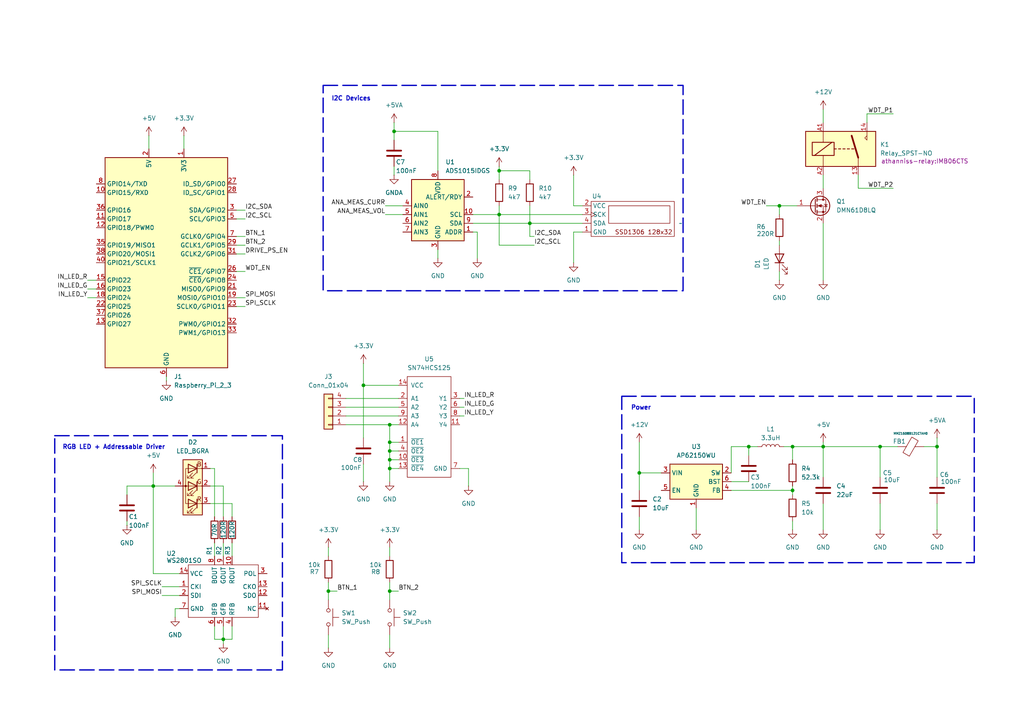
<source format=kicad_sch>
(kicad_sch (version 20231120) (generator "eeschema") (generator_version "8.0")
  (paper "A4")
  (junction (at 271.78 129.54))
  (junction (at 217.17 129.54))
  (junction (at 113.03 133.35))
  (junction (at 113.03 171.45))
  (junction (at 367.03 133.35))
  (junction (at 387.35 45.72))
  (junction (at 387.35 74.93))
  (junction (at 419.1 64.77))
  (junction (at 255.27 129.54))
  (junction (at 153.67 64.77))
  (junction (at 113.03 135.89))
  (junction (at 105.41 111.76))
  (junction (at 113.03 128.27))
  (junction (at 185.42 137.16))
  (junction (at 351.79 43.18))
  (junction (at 95.25 171.45))
  (junction (at 238.76 129.54))
  (junction (at 226.06 59.69))
  (junction (at 64.77 185.42))
  (junction (at 113.03 123.19))
  (junction (at 419.1 46.99))
  (junction (at 420.37 143.51))
  (junction (at 44.45 140.97))
  (junction (at 363.22 72.39))
  (junction (at 229.87 142.24))
  (junction (at 144.78 62.23))
  (junction (at 144.78 49.53))
  (junction (at 113.03 130.81))
  (junction (at 365.76 43.18))
  (junction (at 388.62 120.65))
  (junction (at 397.51 133.35))
  (junction (at 114.3 38.1))
  (junction (at 229.87 129.54))
  (wire (pts (xy 370.84 72.39) (xy 363.22 72.39)))
  (wire (pts (xy 67.31 157.48) (xy 67.31 161.29)))
  (wire (pts (xy 95.25 168.91) (xy 95.25 171.45)))
  (wire (pts (xy 100.33 123.19) (xy 113.03 123.19)))
  (wire (pts (xy 229.87 129.54) (xy 238.76 129.54)))
  (wire (pts (xy 388.62 120.65) (xy 367.03 120.65)))
  (wire (pts (xy 144.78 62.23) (xy 144.78 71.12)))
  (wire (pts (xy 44.45 166.37) (xy 52.07 166.37)))
  (wire (pts (xy 71.12 68.58) (xy 68.58 68.58)))
  (wire (pts (xy 419.1 44.45) (xy 419.1 46.99)))
  (wire (pts (xy 137.16 67.31) (xy 138.43 67.31)))
  (wire (pts (xy 388.62 120.65) (xy 388.62 123.19)))
  (wire (pts (xy 351.79 52.07) (xy 351.79 57.15)))
  (wire (pts (xy 43.18 39.37) (xy 43.18 43.18)))
  (wire (pts (xy 212.09 139.7) (xy 217.17 139.7)))
  (wire (pts (xy 351.79 30.48) (xy 351.79 34.29)))
  (wire (pts (xy 388.62 118.11) (xy 388.62 120.65)))
  (wire (pts (xy 387.35 45.72) (xy 387.35 53.34)))
  (wire (pts (xy 397.51 151.13) (xy 397.51 153.67)))
  (wire (pts (xy 100.33 118.11) (xy 115.57 118.11)))
  (wire (pts (xy 36.83 140.97) (xy 36.83 143.51)))
  (wire (pts (xy 217.17 129.54) (xy 217.17 132.08)))
  (wire (pts (xy 135.89 135.89) (xy 135.89 140.97)))
  (wire (pts (xy 267.97 129.54) (xy 271.78 129.54)))
  (wire (pts (xy 419.1 64.77) (xy 414.02 64.77)))
  (wire (pts (xy 226.06 71.12) (xy 226.06 69.85)))
  (wire (pts (xy 44.45 137.16) (xy 44.45 140.97)))
  (wire (pts (xy 419.1 63.5) (xy 419.1 64.77)))
  (wire (pts (xy 185.42 149.86) (xy 185.42 153.67)))
  (wire (pts (xy 367.03 133.35) (xy 367.03 143.51)))
  (wire (pts (xy 387.35 53.34) (xy 369.57 53.34)))
  (wire (pts (xy 271.78 129.54) (xy 271.78 138.43)))
  (wire (pts (xy 52.07 176.53) (xy 50.8 176.53)))
  (wire (pts (xy 153.67 49.53) (xy 153.67 52.07)))
  (wire (pts (xy 111.76 62.23) (xy 116.84 62.23)))
  (wire (pts (xy 420.37 152.4) (xy 420.37 153.67)))
  (wire (pts (xy 113.03 133.35) (xy 115.57 133.35)))
  (wire (pts (xy 105.41 111.76) (xy 115.57 111.76)))
  (wire (pts (xy 367.03 133.35) (xy 364.49 133.35)))
  (wire (pts (xy 419.1 46.99) (xy 419.1 48.26)))
  (wire (pts (xy 68.58 88.9) (xy 71.12 88.9)))
  (wire (pts (xy 113.03 168.91) (xy 113.03 171.45)))
  (wire (pts (xy 100.33 115.57) (xy 115.57 115.57)))
  (wire (pts (xy 259.08 33.02) (xy 251.46 33.02)))
  (wire (pts (xy 114.3 35.56) (xy 114.3 38.1)))
  (wire (pts (xy 113.03 123.19) (xy 113.03 128.27)))
  (wire (pts (xy 100.33 120.65) (xy 115.57 120.65)))
  (wire (pts (xy 185.42 128.27) (xy 185.42 137.16)))
  (wire (pts (xy 113.03 128.27) (xy 113.03 130.81)))
  (wire (pts (xy 113.03 130.81) (xy 113.03 133.35)))
  (wire (pts (xy 351.79 41.91) (xy 351.79 43.18)))
  (wire (pts (xy 420.37 143.51) (xy 419.1 143.51)))
  (wire (pts (xy 229.87 129.54) (xy 229.87 133.35)))
  (wire (pts (xy 365.76 53.34) (xy 365.76 57.15)))
  (wire (pts (xy 138.43 67.31) (xy 138.43 74.93)))
  (wire (pts (xy 191.77 137.16) (xy 185.42 137.16)))
  (wire (pts (xy 105.41 134.62) (xy 105.41 139.7)))
  (wire (pts (xy 113.03 158.75) (xy 113.03 161.29)))
  (wire (pts (xy 144.78 48.26) (xy 144.78 49.53)))
  (wire (pts (xy 421.64 143.51) (xy 420.37 143.51)))
  (wire (pts (xy 133.35 135.89) (xy 135.89 135.89)))
  (wire (pts (xy 133.35 120.65) (xy 134.62 120.65)))
  (wire (pts (xy 370.84 135.89) (xy 364.49 135.89)))
  (wire (pts (xy 68.58 63.5) (xy 71.12 63.5)))
  (wire (pts (xy 354.33 43.18) (xy 351.79 43.18)))
  (wire (pts (xy 95.25 171.45) (xy 95.25 173.99)))
  (wire (pts (xy 64.77 181.61) (xy 64.77 185.42)))
  (wire (pts (xy 105.41 105.41) (xy 105.41 111.76)))
  (wire (pts (xy 68.58 86.36) (xy 71.12 86.36)))
  (wire (pts (xy 67.31 181.61) (xy 67.31 185.42)))
  (wire (pts (xy 95.25 184.15) (xy 95.25 187.96)))
  (wire (pts (xy 113.03 184.15) (xy 113.03 187.96)))
  (wire (pts (xy 144.78 59.69) (xy 144.78 62.23)))
  (wire (pts (xy 114.3 40.64) (xy 114.3 38.1)))
  (wire (pts (xy 62.23 185.42) (xy 64.77 185.42)))
  (wire (pts (xy 60.96 135.89) (xy 62.23 135.89)))
  (wire (pts (xy 238.76 64.77) (xy 238.76 81.28)))
  (wire (pts (xy 113.03 135.89) (xy 113.03 139.7)))
  (wire (pts (xy 414.02 46.99) (xy 414.02 52.07)))
  (wire (pts (xy 365.76 43.18) (xy 365.76 45.72)))
  (wire (pts (xy 420.37 144.78) (xy 420.37 143.51)))
  (wire (pts (xy 386.08 74.93) (xy 387.35 74.93)))
  (wire (pts (xy 144.78 49.53) (xy 144.78 52.07)))
  (wire (pts (xy 364.49 125.73) (xy 367.03 125.73)))
  (wire (pts (xy 387.35 82.55) (xy 369.57 82.55)))
  (wire (pts (xy 64.77 157.48) (xy 64.77 161.29)))
  (wire (pts (xy 25.4 86.36) (xy 27.94 86.36)))
  (wire (pts (xy 354.33 72.39) (xy 353.06 72.39)))
  (wire (pts (xy 396.24 133.35) (xy 397.51 133.35)))
  (wire (pts (xy 114.3 38.1) (xy 127 38.1)))
  (wire (pts (xy 255.27 129.54) (xy 260.35 129.54)))
  (wire (pts (xy 363.22 82.55) (xy 363.22 86.36)))
  (wire (pts (xy 387.35 82.55) (xy 387.35 74.93)))
  (wire (pts (xy 115.57 123.19) (xy 113.03 123.19)))
  (wire (pts (xy 127 72.39) (xy 127 74.93)))
  (wire (pts (xy 365.76 43.18) (xy 361.95 43.18)))
  (wire (pts (xy 113.03 171.45) (xy 113.03 173.99)))
  (wire (pts (xy 370.84 138.43) (xy 364.49 138.43)))
  (wire (pts (xy 248.92 54.61) (xy 248.92 50.8)))
  (wire (pts (xy 271.78 146.05) (xy 271.78 153.67)))
  (wire (pts (xy 217.17 129.54) (xy 219.71 129.54)))
  (wire (pts (xy 369.57 48.26) (xy 370.84 48.26)))
  (wire (pts (xy 386.08 45.72) (xy 387.35 45.72)))
  (wire (pts (xy 369.57 77.47) (xy 369.57 82.55)))
  (wire (pts (xy 271.78 127) (xy 271.78 129.54)))
  (wire (pts (xy 113.03 130.81) (xy 115.57 130.81)))
  (wire (pts (xy 364.49 128.27) (xy 367.03 128.27)))
  (wire (pts (xy 226.06 59.69) (xy 231.14 59.69)))
  (wire (pts (xy 53.34 39.37) (xy 53.34 43.18)))
  (wire (pts (xy 64.77 140.97) (xy 64.77 149.86)))
  (wire (pts (xy 62.23 181.61) (xy 62.23 185.42)))
  (wire (pts (xy 127 38.1) (xy 127 49.53)))
  (wire (pts (xy 144.78 49.53) (xy 153.67 49.53)))
  (wire (pts (xy 153.67 64.77) (xy 153.67 68.58)))
  (wire (pts (xy 133.35 115.57) (xy 134.62 115.57)))
  (wire (pts (xy 46.99 170.18) (xy 52.07 170.18)))
  (wire (pts (xy 68.58 78.74) (xy 71.12 78.74)))
  (wire (pts (xy 60.96 146.05) (xy 67.31 146.05)))
  (wire (pts (xy 68.58 73.66) (xy 71.12 73.66)))
  (wire (pts (xy 185.42 137.16) (xy 185.42 142.24)))
  (wire (pts (xy 238.76 50.8) (xy 238.76 54.61)))
  (wire (pts (xy 153.67 68.58) (xy 154.94 68.58)))
  (wire (pts (xy 111.76 59.69) (xy 116.84 59.69)))
  (wire (pts (xy 255.27 146.05) (xy 255.27 153.67)))
  (wire (pts (xy 238.76 128.27) (xy 238.76 129.54)))
  (wire (pts (xy 25.4 81.28) (xy 27.94 81.28)))
  (wire (pts (xy 411.48 129.54) (xy 411.48 128.27)))
  (wire (pts (xy 68.58 60.96) (xy 71.12 60.96)))
  (wire (pts (xy 367.03 125.73) (xy 367.03 120.65)))
  (wire (pts (xy 168.91 67.31) (xy 166.37 67.31)))
  (wire (pts (xy 226.06 59.69) (xy 226.06 62.23)))
  (wire (pts (xy 369.57 53.34) (xy 369.57 48.26)))
  (wire (pts (xy 50.8 176.53) (xy 50.8 179.07)))
  (wire (pts (xy 212.09 142.24) (xy 229.87 142.24)))
  (wire (pts (xy 113.03 128.27) (xy 115.57 128.27)))
  (wire (pts (xy 387.35 45.72) (xy 388.62 45.72)))
  (wire (pts (xy 115.57 171.45) (xy 113.03 171.45)))
  (wire (pts (xy 36.83 151.13) (xy 36.83 152.4)))
  (wire (pts (xy 419.1 64.77) (xy 419.1 69.85)))
  (wire (pts (xy 144.78 71.12) (xy 154.94 71.12)))
  (wire (pts (xy 71.12 71.12) (xy 68.58 71.12)))
  (wire (pts (xy 229.87 140.97) (xy 229.87 142.24)))
  (wire (pts (xy 387.35 74.93) (xy 388.62 74.93)))
  (wire (pts (xy 226.06 78.74) (xy 226.06 81.28)))
  (wire (pts (xy 212.09 129.54) (xy 217.17 129.54)))
  (wire (pts (xy 419.1 46.99) (xy 414.02 46.99)))
  (wire (pts (xy 95.25 158.75) (xy 95.25 161.29)))
  (wire (pts (xy 255.27 129.54) (xy 255.27 138.43)))
  (wire (pts (xy 137.16 62.23) (xy 144.78 62.23)))
  (wire (pts (xy 144.78 62.23) (xy 168.91 62.23)))
  (wire (pts (xy 238.76 146.05) (xy 238.76 153.67)))
  (wire (pts (xy 414.02 59.69) (xy 414.02 64.77)))
  (wire (pts (xy 62.23 157.48) (xy 62.23 161.29)))
  (wire (pts (xy 429.26 143.51) (xy 431.8 143.51)))
  (wire (pts (xy 133.35 118.11) (xy 134.62 118.11)))
  (wire (pts (xy 105.41 111.76) (xy 105.41 127)))
  (wire (pts (xy 251.46 33.02) (xy 251.46 35.56)))
  (wire (pts (xy 48.26 109.22) (xy 48.26 110.49)))
  (wire (pts (xy 67.31 146.05) (xy 67.31 149.86)))
  (wire (pts (xy 411.48 137.16) (xy 411.48 138.43)))
  (wire (pts (xy 64.77 185.42) (xy 67.31 185.42)))
  (wire (pts (xy 44.45 140.97) (xy 50.8 140.97)))
  (wire (pts (xy 370.84 77.47) (xy 369.57 77.47)))
  (wire (pts (xy 153.67 59.69) (xy 153.67 64.77)))
  (wire (pts (xy 397.51 133.35) (xy 398.78 133.35)))
  (wire (pts (xy 411.48 148.59) (xy 411.48 153.67)))
  (wire (pts (xy 363.22 72.39) (xy 361.95 72.39)))
  (wire (pts (xy 381 130.81) (xy 364.49 130.81)))
  (wire (pts (xy 166.37 67.31) (xy 166.37 76.2)))
  (wire (pts (xy 113.03 135.89) (xy 115.57 135.89)))
  (wire (pts (xy 227.33 129.54) (xy 229.87 129.54)))
  (wire (pts (xy 351.79 43.18) (xy 351.79 44.45)))
  (wire (pts (xy 212.09 137.16) (xy 212.09 129.54)))
  (wire (pts (xy 222.25 59.69) (xy 226.06 59.69)))
  (wire (pts (xy 64.77 185.42) (xy 64.77 186.69)))
  (wire (pts (xy 238.76 129.54) (xy 255.27 129.54)))
  (wire (pts (xy 238.76 129.54) (xy 238.76 138.43)))
  (wire (pts (xy 238.76 31.75) (xy 238.76 35.56)))
  (wire (pts (xy 46.99 172.72) (xy 52.07 172.72)))
  (wire (pts (xy 113.03 133.35) (xy 113.03 135.89)))
  (wire (pts (xy 44.45 140.97) (xy 44.45 166.37)))
  (wire (pts (xy 259.08 54.61) (xy 248.92 54.61)))
  (wire (pts (xy 137.16 64.77) (xy 153.67 64.77)))
  (wire (pts (xy 367.03 128.27) (xy 367.03 133.35)))
  (wire (pts (xy 166.37 59.69) (xy 168.91 59.69)))
  (wire (pts (xy 411.48 128.27) (xy 396.24 128.27)))
  (wire (pts (xy 114.3 48.26) (xy 114.3 50.8)))
  (wire (pts (xy 153.67 64.77) (xy 168.91 64.77)))
  (wire (pts (xy 60.96 140.97) (xy 64.77 140.97)))
  (wire (pts (xy 229.87 142.24) (xy 229.87 143.51)))
  (wire (pts (xy 97.79 171.45) (xy 95.25 171.45)))
  (wire (pts (xy 229.87 151.13) (xy 229.87 153.67)))
  (wire (pts (xy 363.22 72.39) (xy 363.22 74.93)))
  (wire (pts (xy 25.4 83.82) (xy 27.94 83.82)))
  (wire (pts (xy 166.37 50.8) (xy 166.37 59.69)))
  (wire (pts (xy 62.23 135.89) (xy 62.23 149.86)))
  (wire (pts (xy 44.45 140.97) (xy 36.83 140.97)))
  (wire (pts (xy 370.84 43.18) (xy 365.76 43.18)))
  (wire (pts (xy 397.51 133.35) (xy 397.51 143.51)))
  (wire (pts (xy 201.93 147.32) (xy 201.93 153.67)))
  (rectangle (start 93.726 24.765) (end 198.12 84.328) (stroke (width 0.381) (type dash)))
  (rectangle (start 15.875 126.365) (end 81.915 194.31) (stroke (width 0.381) (type dash)))
  (rectangle (start 339.598 19.05) (end 432.054 95.25) (stroke (width 0.381) (type dash)))
  (rectangle (start 180.34 114.935) (end 282.575 163.195) (stroke (width 0.381) (type dash)))
  (text_box "A = 148\nRsense = 0.015\nImax = 2 A\nVmax = 4.4V\nPmax_rsense = 60 mW\n\n1 mA = 0,0222 V" (at 304.165 118.745 0) (size 22.86 18.415) (effects (font (size 1.27 1.27)) (justify left top)))
  (text "Analog Meas." (at 348.488 21.59 0) (effects (font (size 1.27 1.27) (bold yes))))
  (text "12 V Line Voltage:" (at 397.51 41.148 0) (effects (font (size 1.27 1.27))))
  (text "12 V Line Current:" (at 397.51 70.612 0) (effects (font (size 1.27 1.27))))
  (text "I2C Devices" (exclude_from_sim yes) (at 101.854 28.702 0) (effects (font (size 1.27 1.27) (thickness 0.254) (bold yes))))
  (text "Power" (at 185.928 118.364 0) (effects (font (size 1.27 1.27) (bold yes))))
  (text "RGB LED + Addressable Driver\n" (at 33.02 129.794 0) (effects (font (size 1.27 1.27) (bold yes))))
  (label "I_SENSE" (at 353.06 72.39 180))
  (label "BTN_1" (at 97.79 171.45 0))
  (label "WDT_P1" (at 370.84 135.89 0))
  (label "IN_LED_R" (at 25.4 81.28 180))
  (label "I2C_SCL" (at 71.12 63.5 0))
  (label "IN_LED_G" (at 25.4 83.82 180))
  (label "I_SENSE" (at 398.78 133.35 0))
  (label "SPI_SCLK" (at 46.99 170.18 180))
  (label "IN_LED_R" (at 134.62 115.57 0))
  (label "ANA_MEAS_CURR" (at 111.76 59.69 180))
  (label "SPI_MOSI" (at 46.99 172.72 180))
  (label "I2C_SDA" (at 154.94 68.58 0))
  (label "BTN_2" (at 71.12 71.12 0))
  (label "WDT_P2" (at 259.08 54.61 180))
  (label "IN_LED_Y" (at 25.4 86.36 180))
  (label "I2C_SCL" (at 154.94 71.12 0))
  (label "SPI_MOSI" (at 71.12 86.36 0))
  (label "WDT_P1" (at 259.08 33.02 180))
  (label "IN_LED_G" (at 134.62 118.11 0))
  (label "WDT_P2" (at 370.84 138.43 0))
  (label "BTN_2" (at 115.57 171.45 0))
  (label "ANA_MEAS_VOL" (at 388.62 45.72 0))
  (label "ANA_MEAS_VOL" (at 111.76 62.23 180))
  (label "I2C_SDA" (at 71.12 60.96 0))
  (label "WDT_EN" (at 71.12 78.74 0))
  (label "DRIVE_PS_EN" (at 71.12 73.66 0))
  (label "BTN_1" (at 71.12 68.58 0))
  (label "SPI_SCLK" (at 71.12 88.9 0))
  (label "DRIVE_PS_EN" (at 431.8 143.51 0))
  (label "ANA_MEAS_CURR" (at 388.62 74.93 0))
  (label "WDT_EN" (at 222.25 59.69 180))
  (label "IN_LED_Y" (at 134.62 120.65 0))
  (symbol (lib_id "Device:R") (at 229.87 147.32 0) (unit 1)
    (property "Reference" "R5" (at 232.41 146.0499 0) (effects (justify left)))
    (property "Value" "10k" (at 232.41 148.5899 0) (effects (justify left)))
    (property "Footprint" "Resistor_SMD:R_0603_1608Metric_Pad0.98x0.95mm_HandSolder" (effects (hide yes)))
    (property "Description" "Resistor" (effects (hide yes)))
  )
  (symbol (lib_id "power:GND") (at 271.78 153.67 0) (unit 1)
    (property "Reference" "#PWR013" (effects (hide yes)))
    (property "Value" "GND" (at 271.78 158.75 0))
    (property "Description" "Power symbol creates a global label with name \"GND\" , ground" (effects (hide yes)))
  )
  (symbol (lib_id "Device:R") (at 358.14 72.39 270) (mirror x) (unit 1)
    (property "Reference" "R14" (at 359.41 70.104 90))
    (property "Value" "1k5" (at 358.394 72.39 90))
    (property "Footprint" "Resistor_SMD:R_0603_1608Metric_Pad0.98x0.95mm_HandSolder" (effects (hide yes)))
    (property "Description" "Resistor" (effects (hide yes)))
  )
  (symbol (lib_id "Device:R") (at 113.03 165.1 180) (unit 1)
    (property "Reference" "R8" (at 108.966 165.862 0))
    (property "Value" "10k" (at 108.966 163.83 0))
    (property "Footprint" "Resistor_SMD:R_0603_1608Metric_Pad0.98x0.95mm_HandSolder" (effects (hide yes)))
    (property "Description" "Resistor" (effects (hide yes)))
  )
  (symbol (lib_id "power:GND") (at 113.03 187.96 0) (unit 1)
    (property "Reference" "#PWR022" (effects (hide yes)))
    (property "Value" "GND" (at 113.03 193.04 0))
    (property "Description" "Power symbol creates a global label with name \"GND\" , ground" (effects (hide yes)))
  )
  (symbol (lib_id "power:GND") (at 201.93 153.67 0) (unit 1)
    (property "Reference" "#PWR07" (effects (hide yes)))
    (property "Value" "GND" (at 201.93 158.75 0))
    (property "Description" "Power symbol creates a global label with name \"GND\" , ground" (effects (hide yes)))
  )
  (symbol (lib_id "power:GND") (at 420.37 153.67 0) (mirror y) (unit 1)
    (property "Reference" "#PWR044" (effects (hide yes)))
    (property "Value" "GND" (at 420.37 158.75 0))
    (property "Description" "Power symbol creates a global label with name \"GND\" , ground" (effects (hide yes)))
  )
  (symbol (lib_id "Device:R") (at 351.79 48.26 0) (mirror y) (unit 1)
    (property "Reference" "R16" (at 349.25 46.9899 0) (effects (justify left)))
    (property "Value" "33k" (at 349.25 49.5299 0) (effects (justify left)))
    (property "Footprint" "Resistor_SMD:R_0603_1608Metric_Pad0.98x0.95mm_HandSolder" (effects (hide yes)))
    (property "Description" "Resistor" (effects (hide yes)))
  )
  (symbol (lib_id "Device:C") (at 414.02 55.88 180) (unit 1)
    (property "Reference" "C12" (at 406.654 58.674 0) (effects (justify right)))
    (property "Value" "100nF" (at 406.908 60.96 0) (effects (justify right)))
    (property "Footprint" "Capacitor_SMD:C_0603_1608Metric_Pad1.08x0.95mm_HandSolder" (effects (hide yes)))
    (property "Description" "Unpolarized capacitor" (effects (hide yes)))
    (property "Digikey P/N" "1276-1000-1-ND" (effects (hide yes)))
    (property "Manufacturer P/N" "CL10B104KB8NNNC" (effects (hide yes)))
  )
  (symbol (lib_id "Connector:Screw_Terminal_01x06") (at 359.41 130.81 0) (mirror y) (unit 1)
    (property "Reference" "J2" (at 356.87 130.8099 0) (effects (justify left)))
    (property "Value" "Screw_Terminal_01x06" (at 356.87 133.3499 0) (effects (justify left)))
    (property "Footprint" "athanniss-terminal:Terminal_Block_SERIES 4115_5.08_Spring_6POS" (effects (hide yes)))
    (property "Description" "Generic screw terminal, single row, 01x06, script generated (kicad-library-utils/schlib/autogen/connector/)" (effects (hide yes)))
  )
  (symbol (lib_id "power:+5V") (at 43.18 39.37 0) (unit 1)
    (property "Reference" "#PWR038" (effects (hide yes)))
    (property "Value" "+5V" (at 43.18 34.29 0))
    (property "Description" "Power symbol creates a global label with name \"+5V\"" (effects (hide yes)))
  )
  (symbol (lib_id "power:+12V") (at 388.62 118.11 0) (mirror y) (unit 1)
    (property "Reference" "#PWR045" (effects (hide yes)))
    (property "Value" "+12V" (at 388.62 113.03 0))
    (property "Description" "Power symbol creates a global label with name \"+12V\"" (effects (hide yes)))
  )
  (symbol (lib_id "Device:R") (at 64.77 153.67 180) (unit 1)
    (property "Reference" "R2" (at 63.5 161.036 90) (effects (justify right)))
    (property "Value" "120R" (at 64.77 156.21 90) (effects (justify right)))
    (property "Footprint" "Resistor_SMD:R_0603_1608Metric_Pad0.98x0.95mm_HandSolder" (effects (hide yes)))
    (property "Description" "Resistor" (effects (hide yes)))
  )
  (symbol (lib_id "Device:C") (at 365.76 49.53 0) (mirror x) (unit 1)
    (property "Reference" "C10" (at 365.252 52.07 0) (effects (justify right)))
    (property "Value" "100nF" (at 365.252 54.61 0) (effects (justify right)))
    (property "Footprint" "Capacitor_SMD:C_0603_1608Metric_Pad1.08x0.95mm_HandSolder" (effects (hide yes)))
    (property "Description" "Unpolarized capacitor" (effects (hide yes)))
    (property "Digikey P/N" "1276-1000-1-ND" (effects (hide yes)))
    (property "Manufacturer P/N" "CL10B104KB8NNNC" (effects (hide yes)))
  )
  (symbol (lib_id "Connector:Raspberry_Pi_2_3") (at 48.26 76.2 0) (unit 1)
    (property "Reference" "J1" (at 50.4541 109.22 0) (effects (justify left)))
    (property "Value" "Raspberry_Pi_2_3" (at 50.4541 111.76 0) (effects (justify left)))
    (property "Footprint" "athaniss-device:Raspberry_Pi_Zero_Socketed_THT_FaceDown_MountingHoles_DupontStandoff_Model" (effects (hide yes)))
    (property "Datasheet" "https://www.raspberrypi.org/documentation/hardware/raspberrypi/schematics/rpi_SCH_3bplus_1p0_reduced.pdf" (effects (hide yes)))
    (property "Description" "expansion header for Raspberry Pi 2 & 3" (effects (hide yes)))
  )
  (symbol (lib_id "Device:R") (at 229.87 137.16 0) (unit 1)
    (property "Reference" "R4" (at 232.41 135.8899 0) (effects (justify left)))
    (property "Value" "52.3k" (at 232.41 138.4299 0) (effects (justify left)))
    (property "Footprint" "Resistor_SMD:R_0603_1608Metric_Pad0.98x0.95mm_HandSolder" (effects (hide yes)))
    (property "Description" "Resistor" (effects (hide yes)))
  )
  (symbol (lib_id "power:GND") (at 166.37 76.2 0) (unit 1)
    (property "Reference" "#PWR029" (effects (hide yes)))
    (property "Value" "GND" (at 166.37 81.28 0))
    (property "Description" "Power symbol creates a global label with name \"GND\" , ground" (effects (hide yes)))
  )
  (symbol (lib_id "Device:R") (at 153.67 55.88 0) (unit 1)
    (property "Reference" "R10" (at 156.21 54.6099 0) (effects (justify left)))
    (property "Value" "4k7" (at 156.21 57.1499 0) (effects (justify left)))
    (property "Footprint" "Resistor_SMD:R_0603_1608Metric_Pad0.98x0.95mm_HandSolder" (effects (hide yes)))
    (property "Description" "Resistor" (effects (hide yes)))
  )
  (symbol (lib_id "power:GND") (at 397.51 153.67 0) (mirror y) (unit 1)
    (property "Reference" "#PWR046" (effects (hide yes)))
    (property "Value" "GND" (at 397.51 158.75 0))
    (property "Description" "Power symbol creates a global label with name \"GND\" , ground" (effects (hide yes)))
  )
  (symbol (lib_id "power:+5VA") (at 271.78 127 0) (unit 1)
    (property "Reference" "#PWR012" (effects (hide yes)))
    (property "Value" "+5VA" (at 271.78 121.92 0))
    (property "Description" "Power symbol creates a global label with name \"+5VA\"" (effects (hide yes)))
  )
  (symbol (lib_id "power:+5V") (at 44.45 137.16 0) (unit 1)
    (property "Reference" "#PWR02" (effects (hide yes)))
    (property "Value" "+5V" (at 44.45 132.08 0))
    (property "Description" "Power symbol creates a global label with name \"+5V\"" (effects (hide yes)))
  )
  (symbol (lib_id "Device:C") (at 36.83 147.32 180) (unit 1)
    (property "Reference" "C1" (at 37.338 149.86 0) (effects (justify right)))
    (property "Value" "100nF" (at 37.338 152.4 0) (effects (justify right)))
    (property "Footprint" "Capacitor_SMD:C_0603_1608Metric_Pad1.08x0.95mm_HandSolder" (effects (hide yes)))
    (property "Description" "Unpolarized capacitor" (effects (hide yes)))
    (property "Digikey P/N" "1276-1000-1-ND" (effects (hide yes)))
    (property "Manufacturer P/N" "CL10B104KB8NNNC" (effects (hide yes)))
  )
  (symbol (lib_id "power:+5VA") (at 114.3 35.56 0) (unit 1)
    (property "Reference" "#PWR023" (effects (hide yes)))
    (property "Value" "+5VA" (at 114.3 30.48 0))
    (property "Description" "Power symbol creates a global label with name \"+5VA\"" (effects (hide yes)))
  )
  (symbol (lib_id "Device:LED_BGRA") (at 55.88 140.97 180) (unit 1)
    (property "Reference" "D2" (at 55.88 128.27 0))
    (property "Value" "LED_BGRA" (at 55.88 130.81 0))
    (property "Footprint" "athaniss-device:LED_BL-FL7680RGB" (effects (hide yes)))
    (property "Description" "RGB LED, blue/green/red/anode" (effects (hide yes)))
  )
  (symbol (lib_id "power:GND") (at 229.87 153.67 0) (unit 1)
    (property "Reference" "#PWR08" (effects (hide yes)))
    (property "Value" "GND" (at 229.87 158.75 0))
    (property "Description" "Power symbol creates a global label with name \"GND\" , ground" (effects (hide yes)))
  )
  (symbol (lib_id "power:+12L") (at 351.79 30.48 0) (mirror y) (unit 1)
    (property "Reference" "#PWR037" (effects (hide yes)))
    (property "Value" "+12L" (at 351.79 25.4 0))
    (property "Description" "Power symbol creates a global label with name \"+12L\"" (effects (hide yes)))
  )
  (symbol (lib_id "Device:C") (at 217.17 135.89 180) (unit 1)
    (property "Reference" "C3" (at 217.678 138.43 0) (effects (justify right)))
    (property "Value" "100nF" (at 217.678 140.97 0) (effects (justify right)))
    (property "Footprint" "Capacitor_SMD:C_0603_1608Metric_Pad1.08x0.95mm_HandSolder" (effects (hide yes)))
    (property "Description" "Unpolarized capacitor" (effects (hide yes)))
    (property "Digikey P/N" "1276-1000-1-ND" (effects (hide yes)))
    (property "Manufacturer P/N" "CL10B104KB8NNNC" (effects (hide yes)))
  )
  (symbol (lib_id "Device:R") (at 425.45 143.51 270) (mirror x) (unit 1)
    (property "Reference" "R17" (at 426.466 146.05 90))
    (property "Value" "33k" (at 426.466 148.082 90))
    (property "Footprint" "Resistor_SMD:R_0603_1608Metric_Pad0.98x0.95mm_HandSolder" (effects (hide yes)))
    (property "Description" "Resistor" (effects (hide yes)))
  )
  (symbol (lib_id "power:GND") (at 105.41 139.7 0) (mirror y) (unit 1)
    (property "Reference" "#PWR031" (effects (hide yes)))
    (property "Value" "GND" (at 105.41 144.78 0))
    (property "Description" "Power symbol creates a global label with name \"GND\" , ground" (effects (hide yes)))
  )
  (symbol (lib_id "Regulator_Switching:AP62150WU") (at 201.93 139.7 0) (unit 1)
    (property "Reference" "U3" (at 201.93 129.54 0))
    (property "Value" "AP62150WU" (at 201.93 132.08 0))
    (property "Footprint" "Package_TO_SOT_SMD:TSOT-23-6" (effects (hide yes)))
    (property "Datasheet" "https://www.diodes.com/assets/Datasheets/AP62150.pdf" (effects (hide yes)))
    (property "Description" "1.5A, 1.3MHz Buck DC/DC Converter, 4.2V-18V input voltage, 0.8V-7V adjustable output voltage, TSOT-23-6" (effects (hide yes)))
    (property "Digikey P/N" "31-AP62150WU-7CT-ND" (effects (hide yes)))
    (property "Manufacturer P/N" "AP62150WU-7" (effects (hide yes)))
  )
  (symbol (lib_id "power:GND") (at 48.26 110.49 0) (unit 1)
    (property "Reference" "#PWR034" (effects (hide yes)))
    (property "Value" "GND" (at 48.26 115.57 0))
    (property "Description" "Power symbol creates a global label with name \"GND\" , ground" (effects (hide yes)))
  )
  (symbol (lib_id "power:+3.3V") (at 95.25 158.75 0) (unit 1)
    (property "Reference" "#PWR019" (effects (hide yes)))
    (property "Value" "+3.3V" (at 95.25 153.67 0))
    (property "Description" "Power symbol creates a global label with name \"+3.3V\"" (effects (hide yes)))
  )
  (symbol (lib_id "Device:C") (at 185.42 146.05 180) (unit 1)
    (property "Reference" "C2" (at 189.23 144.7799 0) (effects (justify right)))
    (property "Value" "10uF" (at 189.23 147.3199 0) (effects (justify right)))
    (property "Footprint" "Capacitor_SMD:C_0805_2012Metric_Pad1.18x1.45mm_HandSolder" (effects (hide yes)))
    (property "Description" "Unpolarized capacitor" (effects (hide yes)))
    (property "Digikey P/N" "490-18664-1-ND" (effects (hide yes)))
    (property "Manufacturer P/N" "GRM21BR61H106ME43L" (effects (hide yes)))
  )
  (symbol (lib_id "Device:C") (at 238.76 142.24 180) (unit 1)
    (property "Reference" "C4" (at 242.57 140.9699 0) (effects (justify right)))
    (property "Value" "22uF" (at 242.57 143.5099 0) (effects (justify right)))
    (property "Footprint" "Capacitor_SMD:C_1210_3225Metric_Pad1.33x2.70mm_HandSolder" (effects (hide yes)))
    (property "Description" "Unpolarized capacitor" (effects (hide yes)))
  )
  (symbol (lib_id "Device:FerriteBead") (at 264.16 129.54 90) (unit 1)
    (property "Reference" "FB1" (at 260.858 128.016 90))
    (property "Value" "MMZ1608B121CTAH0" (at 264.1092 125.73 90) (effects (font (size 0.635 0.635))))
    (property "Footprint" "Inductor_SMD:L_0603_1608Metric_Pad1.05x0.95mm_HandSolder" (effects (hide yes)))
    (property "Description" "Ferrite bead" (effects (hide yes)))
    (property "Digikey P/N" "445-2164-1-ND" (effects (hide yes)))
    (property "Manufacturer P/N" "  MMZ1608B121CTAH0" (effects (hide yes)))
  )
  (symbol (lib_id "power:GND") (at 365.76 57.15 0) (unit 1)
    (property "Reference" "#PWR018" (effects (hide yes)))
    (property "Value" "GND" (at 365.76 61.468 0))
    (property "Description" "Power symbol creates a global label with name \"GND\" , ground" (effects (hide yes)))
  )
  (symbol (lib_id "Analog_ADC:ADS1015IDGS") (at 127 62.23 0) (unit 1)
    (property "Reference" "U1" (at 129.1941 46.99 0) (effects (justify left)))
    (property "Value" "ADS1015IDGS" (at 129.1941 49.53 0) (effects (justify left)))
    (property "Footprint" "Package_SO:TSSOP-10_3x3mm_P0.5mm" (effects (hide yes)))
    (property "Datasheet" "http://www.ti.com/lit/ds/symlink/ads1015.pdf" (effects (hide yes)))
    (property "Description" "Ultra-Small, Low-Power, I2C-Compatible, 3.3-kSPS, 12-Bit ADCs With Internal Reference, Oscillator, and Programmable Comparator, VSSOP-10" (effects (hide yes)))
    (property "Digikey P/N" "296-41185-1-ND" (effects (hide yes)))
    (property "Manufacturer P/N" "ADS1015IDGSR" (effects (hide yes)))
  )
  (symbol (lib_id "power:+5VA") (at 419.1 44.45 0) (unit 1)
    (property "Reference" "#PWR041" (effects (hide yes)))
    (property "Value" "+5VA" (at 419.1 39.37 0))
    (property "Description" "Power symbol creates a global label with name \"+5VA\"" (effects (hide yes)))
  )
  (symbol (lib_id "Device:L") (at 223.52 129.54 90) (unit 1)
    (property "Reference" "L1" (at 223.52 124.46 90))
    (property "Value" "3.3uH" (at 223.52 127 90))
    (property "Footprint" "athanniss-inductor:L_Wuerth_WE-LHMI-Typ" (effects (hide yes)))
    (property "Datasheet" "https://www.we-online.com/components/products/datasheet/74437336033.pdf" (effects (hide yes)))
    (property "Description" "Inductor" (effects (hide yes)))
    (property "Digikey P/N" "732-6166-1-ND" (effects (hide yes)))
    (property "Manufacturer P/N" "74437336033" (effects (hide yes)))
  )
  (symbol (lib_id "Device:R") (at 397.51 147.32 0) (mirror y) (unit 1)
    (property "Reference" "R11" (at 394.97 146.0499 0) (effects (justify left)))
    (property "Value" "33k" (at 394.97 148.5899 0) (effects (justify left)))
    (property "Footprint" "Resistor_SMD:R_0603_1608Metric_Pad0.98x0.95mm_HandSolder" (effects (hide yes)))
    (property "Description" "Resistor" (effects (hide yes)))
  )
  (symbol (lib_id "Amplifier_Operational:MCP602") (at 421.64 55.88 0) (unit 3)
    (property "Reference" "U6" (at 421.132 54.102 0) (effects (justify left)))
    (property "Value" "MCP602" (at 420.878 56.896 0) (effects (justify left)))
    (property "Footprint" "Package_SO:SOIC-8_3.9x4.9mm_P1.27mm" (effects (hide yes)))
    (property "Datasheet" "http://ww1.microchip.com/downloads/en/DeviceDoc/21314g.pdf" (effects (hide yes)))
    (property "Description" "Dual 2.7V to 6.0V Single Supply CMOS Op Amps, DIP-8/SOIC-8/TSSOP-8" (effects (hide yes)))
    (property "Digikey P/N" "MCP602T-I/SNCT-ND" (effects (hide yes)))
    (property "Manufacturer P/N" "MCP602T-I/SN" (effects (hide yes)))
  )
  (symbol (lib_id "Connector_Generic:Conn_01x04") (at 95.25 120.65 180) (unit 1)
    (property "Reference" "J3" (at 95.25 109.22 0))
    (property "Value" "Conn_01x04" (at 95.25 111.76 0))
    (property "Footprint" "Connector_JST:JST_XH_S4B-XH-A_1x04_P2.50mm_Horizontal" (effects (hide yes)))
    (property "Description" "Generic connector, single row, 01x04, script generated (kicad-library-utils/schlib/autogen/connector/)" (effects (hide yes)))
  )
  (symbol (lib_id "power:+3.3V") (at 113.03 158.75 0) (unit 1)
    (property "Reference" "#PWR021" (effects (hide yes)))
    (property "Value" "+3.3V" (at 113.03 153.67 0))
    (property "Description" "Power symbol creates a global label with name \"+3.3V\"" (effects (hide yes)))
  )
  (symbol (lib_id "power:GND") (at 138.43 74.93 0) (unit 1)
    (property "Reference" "#PWR025" (effects (hide yes)))
    (property "Value" "GND" (at 138.43 80.01 0))
    (property "Description" "Power symbol creates a global label with name \"GND\" , ground" (effects (hide yes)))
  )
  (symbol (lib_id "power:+3.3V") (at 144.78 48.26 0) (unit 1)
    (property "Reference" "#PWR027" (effects (hide yes)))
    (property "Value" "+3.3V" (at 144.78 43.18 0))
    (property "Description" "Power symbol creates a global label with name \"+3.3V\"" (effects (hide yes)))
  )
  (symbol (lib_id "Device:R") (at 358.14 43.18 270) (mirror x) (unit 1)
    (property "Reference" "R13" (at 358.648 45.72 90))
    (property "Value" "1k5" (at 358.394 43.18 90))
    (property "Footprint" "Resistor_SMD:R_0603_1608Metric_Pad0.98x0.95mm_HandSolder" (effects (hide yes)))
    (property "Description" "Resistor" (effects (hide yes)))
  )
  (symbol (lib_id "Device:C") (at 255.27 142.24 180) (unit 1)
    (property "Reference" "C5" (at 256.032 137.16 0) (effects (justify right)))
    (property "Value" "10uF" (at 256.286 139.192 0) (effects (justify right)))
    (property "Footprint" "Capacitor_SMD:C_0805_2012Metric_Pad1.18x1.45mm_HandSolder" (effects (hide yes)))
    (property "Description" "Unpolarized capacitor" (effects (hide yes)))
    (property "Digikey P/N" "490-18664-1-ND" (effects (hide yes)))
    (property "Manufacturer P/N" "GRM21BR61H106ME43L" (effects (hide yes)))
  )
  (symbol (lib_id "Device:R") (at 62.23 153.67 180) (unit 1)
    (property "Reference" "R1" (at 60.706 161.036 90) (effects (justify right)))
    (property "Value" "70R" (at 62.23 155.702 90) (effects (justify right)))
    (property "Footprint" "Resistor_SMD:R_0603_1608Metric_Pad0.98x0.95mm_HandSolder" (effects (hide yes)))
    (property "Description" "Resistor" (effects (hide yes)))
  )
  (symbol (lib_id "Transistor_BJT:MMBT3904") (at 414.02 143.51 0) (mirror y) (unit 1)
    (property "Reference" "Q2" (at 409.702 140.208 0) (effects (justify left)))
    (property "Value" "MMBT3904" (at 409.702 142.24 0) (effects (justify left)))
    (property "Footprint" "Package_TO_SOT_SMD:SOT-23" (effects (hide yes)))
    (property "Datasheet" "https://www.onsemi.com/pdf/datasheet/pzt3904-d.pdf" (effects (hide yes)))
    (property "Description" "0.2A Ic, 40V Vce, Small Signal NPN Transistor, SOT-23" (effects (hide yes)))
  )
  (symbol (lib_id "Device:R") (at 144.78 55.88 0) (unit 1)
    (property "Reference" "R9" (at 147.32 54.6099 0) (effects (justify left)))
    (property "Value" "4k7" (at 147.32 57.1499 0) (effects (justify left)))
    (property "Footprint" "Resistor_SMD:R_0603_1608Metric_Pad0.98x0.95mm_HandSolder" (effects (hide yes)))
    (property "Description" "Resistor" (effects (hide yes)))
  )
  (symbol (lib_id "Device:R") (at 226.06 66.04 180) (unit 1)
    (property "Reference" "R6" (at 220.726 65.786 0))
    (property "Value" "220R" (at 221.996 67.818 0))
    (property "Footprint" "Resistor_SMD:R_0603_1608Metric_Pad0.98x0.95mm_HandSolder" (effects (hide yes)))
    (property "Description" "Resistor" (effects (hide yes)))
  )
  (symbol (lib_id "Switch:SW_Push") (at 113.03 179.07 270) (unit 1)
    (property "Reference" "SW2" (at 116.84 177.7999 90) (effects (justify left)))
    (property "Value" "SW_Push" (at 116.84 180.3399 90) (effects (justify left)))
    (property "Footprint" "Button_Switch_THT:SW_PUSH_6mm_H8mm" (effects (hide yes)))
    (property "Description" "Push button switch, generic, two pins" (effects (hide yes)))
    (property "Digikey P/N" "  2223-TS02-66-80-BK-100-SCR-D-ND" (effects (hide yes)))
    (property "Manufacturer P/N" "TS02-66-80-BK-100-SCR-D" (effects (hide yes)))
  )
  (symbol (lib_id "power:GND") (at 64.77 186.69 0) (unit 1)
    (property "Reference" "#PWR04" (effects (hide yes)))
    (property "Value" "GND" (at 64.77 191.77 0))
    (property "Description" "Power symbol creates a global label with name \"GND\" , ground" (effects (hide yes)))
  )
  (symbol (lib_id "Amplifier_Operational:MCP602") (at 378.46 74.93 0) (unit 1)
    (property "Reference" "U6" (at 380.492 69.342 0))
    (property "Value" "MCP602" (at 378.46 67.31 0))
    (property "Footprint" "Package_SO:SOIC-8_3.9x4.9mm_P1.27mm" (effects (hide yes)))
    (property "Datasheet" "http://ww1.microchip.com/downloads/en/DeviceDoc/21314g.pdf" (effects (hide yes)))
    (property "Description" "Dual 2.7V to 6.0V Single Supply CMOS Op Amps, DIP-8/SOIC-8/TSSOP-8" (effects (hide yes)))
    (property "Digikey P/N" "MCP602T-I/SNCT-ND" (effects (hide yes)))
    (property "Manufacturer P/N" "MCP602T-I/SN" (effects (hide yes)))
  )
  (symbol (lib_id "Device:R") (at 411.48 133.35 0) (mirror y) (unit 1)
    (property "Reference" "R12" (at 417.068 132.08 0) (effects (justify left)))
    (property "Value" "33k" (at 417.068 134.62 0) (effects (justify left)))
    (property "Footprint" "Resistor_SMD:R_0603_1608Metric_Pad0.98x0.95mm_HandSolder" (effects (hide yes)))
    (property "Description" "Resistor" (effects (hide yes)))
  )
  (symbol (lib_id "Device:C") (at 363.22 78.74 0) (mirror x) (unit 1)
    (property "Reference" "C11" (at 362.712 81.28 0) (effects (justify right)))
    (property "Value" "100nF" (at 362.712 83.82 0) (effects (justify right)))
    (property "Footprint" "Capacitor_SMD:C_0603_1608Metric_Pad1.08x0.95mm_HandSolder" (effects (hide yes)))
    (property "Description" "Unpolarized capacitor" (effects (hide yes)))
    (property "Digikey P/N" "1276-1000-1-ND" (effects (hide yes)))
    (property "Manufacturer P/N" "CL10B104KB8NNNC" (effects (hide yes)))
  )
  (symbol (lib_id "PrivateLib:74LS126") (at 124.46 124.46 0) (unit 1)
    (property "Reference" "U5" (at 124.46 104.14 0))
    (property "Value" "SN74HCS125" (at 124.46 106.68 0))
    (property "Footprint" "Package_SO:SOIC-14_3.9x8.7mm_P1.27mm" (effects (hide yes)))
    (property "Datasheet" "https://www.ti.com/lit/ds/symlink/sn74hcs125.pdf" (effects (hide yes)))
    (property "Description" "Quad buffer 3-State outputs" (effects (hide yes)))
    (property "Digikey P/N" "296-SN74HCS125DRCT-ND" (effects (hide yes)))
    (property "Manufacturer P/N" "SN74HCS125DR" (effects (hide yes)))
  )
  (symbol (lib_id "power:GND") (at 50.8 179.07 0) (unit 1)
    (property "Reference" "#PWR03" (effects (hide yes)))
    (property "Value" "GND" (at 50.8 184.15 0))
    (property "Description" "Power symbol creates a global label with name \"GND\" , ground" (effects (hide yes)))
  )
  (symbol (lib_id "power:GND") (at 113.03 139.7 0) (mirror y) (unit 1)
    (property "Reference" "#PWR032" (effects (hide yes)))
    (property "Value" "GND" (at 113.03 144.78 0))
    (property "Description" "Power symbol creates a global label with name \"GND\" , ground" (effects (hide yes)))
  )
  (symbol (lib_id "Device:R") (at 67.31 153.67 180) (unit 1)
    (property "Reference" "R3" (at 66.04 161.036 90) (effects (justify right)))
    (property "Value" "120R" (at 67.31 156.21 90) (effects (justify right)))
    (property "Footprint" "Resistor_SMD:R_0603_1608Metric_Pad0.98x0.95mm_HandSolder" (effects (hide yes)))
    (property "Description" "Resistor" (effects (hide yes)))
  )
  (symbol (lib_id "Device:R") (at 420.37 148.59 0) (mirror y) (unit 1)
    (property "Reference" "R18" (at 418.846 147.32 0) (effects (justify left)))
    (property "Value" "33k" (at 418.846 149.86 0) (effects (justify left)))
    (property "Footprint" "Resistor_SMD:R_0603_1608Metric_Pad0.98x0.95mm_HandSolder" (effects (hide yes)))
    (property "Description" "Resistor" (effects (hide yes)))
  )
  (symbol (lib_id "power:GND") (at 238.76 81.28 0) (unit 1)
    (property "Reference" "#PWR016" (effects (hide yes)))
    (property "Value" "GND" (at 238.76 86.36 0))
    (property "Description" "Power symbol creates a global label with name \"GND\" , ground" (effects (hide yes)))
  )
  (symbol (lib_id "power:GND") (at 185.42 153.67 0) (unit 1)
    (property "Reference" "#PWR06" (effects (hide yes)))
    (property "Value" "GND" (at 185.42 158.75 0))
    (property "Description" "Power symbol creates a global label with name \"GND\" , ground" (effects (hide yes)))
  )
  (symbol (lib_id "power:+3.3V") (at 166.37 50.8 0) (unit 1)
    (property "Reference" "#PWR028" (effects (hide yes)))
    (property "Value" "+3.3V" (at 166.37 45.72 0))
    (property "Description" "Power symbol creates a global label with name \"+3.3V\"" (effects (hide yes)))
  )
  (symbol (lib_id "power:GND") (at 95.25 187.96 0) (unit 1)
    (property "Reference" "#PWR020" (effects (hide yes)))
    (property "Value" "GND" (at 95.25 193.04 0))
    (property "Description" "Power symbol creates a global label with name \"GND\" , ground" (effects (hide yes)))
  )
  (symbol (lib_id "power:GND") (at 226.06 81.28 0) (unit 1)
    (property "Reference" "#PWR014" (effects (hide yes)))
    (property "Value" "GND" (at 226.06 86.36 0))
    (property "Description" "Power symbol creates a global label with name \"GND\" , ground" (effects (hide yes)))
  )
  (symbol (lib_id "power:GND") (at 127 74.93 0) (unit 1)
    (property "Reference" "#PWR026" (effects (hide yes)))
    (property "Value" "GND" (at 127 80.01 0))
    (property "Description" "Power symbol creates a global label with name \"GND\" , ground" (effects (hide yes)))
  )
  (symbol (lib_id "Device:C") (at 271.78 142.24 180) (unit 1)
    (property "Reference" "C6" (at 272.542 137.668 0) (effects (justify right)))
    (property "Value" "100nF" (at 272.796 139.7 0) (effects (justify right)))
    (property "Footprint" "Capacitor_SMD:C_0603_1608Metric_Pad1.08x0.95mm_HandSolder" (effects (hide yes)))
    (property "Description" "Unpolarized capacitor" (effects (hide yes)))
    (property "Digikey P/N" "1276-1000-1-ND" (effects (hide yes)))
    (property "Manufacturer P/N" "CL10B104KB8NNNC" (effects (hide yes)))
  )
  (symbol (lib_id "power:+3.3V") (at 53.34 39.37 0) (unit 1)
    (property "Reference" "#PWR043" (effects (hide yes)))
    (property "Value" "+3.3V" (at 53.34 34.29 0))
    (property "Description" "Power symbol creates a global label with name \"+3.3V\"" (effects (hide yes)))
  )
  (symbol (lib_id "Device:C") (at 114.3 44.45 180) (unit 1)
    (property "Reference" "C7" (at 114.808 46.99 0) (effects (justify right)))
    (property "Value" "100nF" (at 114.808 49.53 0) (effects (justify right)))
    (property "Footprint" "Capacitor_SMD:C_0603_1608Metric_Pad1.08x0.95mm_HandSolder" (effects (hide yes)))
    (property "Description" "Unpolarized capacitor" (effects (hide yes)))
    (property "Digikey P/N" "1276-1000-1-ND" (effects (hide yes)))
    (property "Manufacturer P/N" "CL10B104KB8NNNC" (effects (hide yes)))
  )
  (symbol (lib_id "PrivateLib:WS2801so") (at 77.47 154.94 0) (unit 1)
    (property "Reference" "U2" (at 48.26 160.528 0) (effects (justify left)))
    (property "Value" "WS2801SO" (at 48.26 162.56 0) (effects (justify left)))
    (property "Footprint" "Package_SO:SO-14_3.9x8.65mm_P1.27mm" (effects (hide yes)))
  )
  (symbol (lib_id "PrivateLib:SSD1306-128x32-0.91") (at 184.15 62.23 0) (unit 1) (exclude_from_sim yes)
    (property "Reference" "U4" (at 171.704 56.896 0) (effects (justify left)))
    (property "Value" "~" (at 196.85 64.77 0) (effects (justify left)))
    (property "Footprint" "athanniss-lcd:SSD1306-0.91-OLED-4pin-128x32" (effects (hide yes)))
    (property "Description" "0.91\" 128x32 OLED module" (effects (hide yes)))
  )
  (symbol (lib_id "power:GND") (at 363.22 86.36 0) (unit 1)
    (property "Reference" "#PWR017" (effects (hide yes)))
    (property "Value" "GND" (at 363.22 91.44 0))
    (property "Description" "Power symbol creates a global label with name \"GND\" , ground" (effects (hide yes)))
  )
  (symbol (lib_id "Transistor_FET:DMN61D8LQ") (at 236.22 59.69 0) (unit 1)
    (property "Reference" "Q1" (at 242.57 58.4199 0) (effects (justify left)))
    (property "Value" "DMN61D8LQ" (at 242.57 60.9599 0) (effects (justify left)))
    (property "Footprint" "Package_TO_SOT_SMD:SOT-23" (effects (hide yes)))
    (property "Datasheet" "https://www.diodes.com/assets/Datasheets/DMN61D8LQ.pdf" (effects (hide yes)))
    (property "Description" "60V Vds, 0.470A Id, N-Channel MOSFET for switching inductive loads , SOT-23" (effects (hide yes)))
    (property "Digikey P/N" "DMN61D8LQ-13DICT-ND" (effects (hide yes)))
    (property "Manufacturer P/N" "DMN61D8LQ-13" (effects (hide yes)))
  )
  (symbol (lib_id "Device:R") (at 351.79 38.1 0) (mirror y) (unit 1)
    (property "Reference" "R15" (at 349.25 36.8299 0) (effects (justify left)))
    (property "Value" "82k" (at 349.25 39.3699 0) (effects (justify left)))
    (property "Footprint" "Resistor_SMD:R_0603_1608Metric_Pad0.98x0.95mm_HandSolder" (effects (hide yes)))
    (property "Description" "Resistor" (effects (hide yes)))
  )
  (symbol (lib_id "Device:C") (at 105.41 130.81 180) (unit 1)
    (property "Reference" "C8" (at 102.362 133.35 0) (effects (justify right)))
    (property "Value" "100nF" (at 98.806 135.636 0) (effects (justify right)))
    (property "Footprint" "Capacitor_SMD:C_0603_1608Metric_Pad1.08x0.95mm_HandSolder" (effects (hide yes)))
    (property "Description" "Unpolarized capacitor" (effects (hide yes)))
    (property "Digikey P/N" "1276-1000-1-ND" (effects (hide yes)))
    (property "Manufacturer P/N" "CL10B104KB8NNNC" (effects (hide yes)))
  )
  (symbol (lib_id "power:GND") (at 255.27 153.67 0) (unit 1)
    (property "Reference" "#PWR011" (effects (hide yes)))
    (property "Value" "GND" (at 255.27 158.75 0))
    (property "Description" "Power symbol creates a global label with name \"GND\" , ground" (effects (hide yes)))
  )
  (symbol (lib_id "power:+12V") (at 238.76 31.75 0) (unit 1)
    (property "Reference" "#PWR015" (effects (hide yes)))
    (property "Value" "+12V" (at 238.76 26.67 0))
    (property "Description" "Power symbol creates a global label with name \"+12V\"" (effects (hide yes)))
  )
  (symbol (lib_id "power:GNDA") (at 114.3 50.8 0) (unit 1)
    (property "Reference" "#PWR024" (effects (hide yes)))
    (property "Value" "GNDA" (at 114.3 55.88 0))
    (property "Description" "Power symbol creates a global label with name \"GNDA\" , analog ground" (effects (hide yes)))
  )
  (symbol (lib_id "power:GND") (at 238.76 153.67 0) (unit 1)
    (property "Reference" "#PWR010" (effects (hide yes)))
    (property "Value" "GND" (at 238.76 158.75 0))
    (property "Description" "Power symbol creates a global label with name \"GND\" , ground" (effects (hide yes)))
  )
  (symbol (lib_id "power:GND") (at 367.03 143.51 0) (mirror y) (unit 1)
    (property "Reference" "#PWR040" (effects (hide yes)))
    (property "Value" "GND" (at 367.03 148.59 0))
    (property "Description" "Power symbol creates a global label with name \"GND\" , ground" (effects (hide yes)))
  )
  (symbol (lib_id "power:+12V") (at 185.42 128.27 0) (unit 1)
    (property "Reference" "#PWR05" (effects (hide yes)))
    (property "Value" "+12V" (at 185.42 123.19 0))
    (property "Description" "Power symbol creates a global label with name \"+12V\"" (effects (hide yes)))
  )
  (symbol (lib_id "Relay:Relay_SPST-NO") (at 243.84 43.18 0) (unit 1)
    (property "Reference" "K1" (at 255.27 41.9099 0) (effects (justify left)))
    (property "Value" "Relay_SPST-NO" (at 255.27 44.4499 0) (effects (justify left)))
    (property "Footprint" "athanniss-relay:IMB06CTS" (at 255.524 46.736 0) (effects (justify left)))
    (property "Datasheet" "https://mm.digikey.com/Volume0/opasdata/d220001/medias/docus/568/IM_B_Relay.pdf" (effects (hide yes)))
    (property "Description" "Relay SPST, Normally Open, EN50005" (effects (hide yes)))
    (property "Digikey P/N" "  PB1248-ND" (effects (hide yes)))
    (property "Manufacturer P/N" "  1462041-6" (effects (hide yes)))
  )
  (symbol (lib_id "Switch:SW_Push") (at 95.25 179.07 270) (unit 1)
    (property "Reference" "SW1" (at 99.06 177.7999 90) (effects (justify left)))
    (property "Value" "SW_Push" (at 99.06 180.3399 90) (effects (justify left)))
    (property "Footprint" "Button_Switch_THT:SW_PUSH_6mm_H8mm" (effects (hide yes)))
    (property "Description" "Push button switch, generic, two pins" (effects (hide yes)))
    (property "Digikey P/N" "  2223-TS02-66-80-BK-100-SCR-D-ND" (effects (hide yes)))
    (property "Manufacturer P/N" "TS02-66-80-BK-100-SCR-D" (effects (hide yes)))
  )
  (symbol (lib_id "power:GND") (at 36.83 152.4 0) (unit 1)
    (property "Reference" "#PWR01" (effects (hide yes)))
    (property "Value" "GND" (at 36.83 157.48 0))
    (property "Description" "Power symbol creates a global label with name \"GND\" , ground" (effects (hide yes)))
  )
  (symbol (lib_id "power:+5V") (at 238.76 128.27 0) (unit 1)
    (property "Reference" "#PWR09" (effects (hide yes)))
    (property "Value" "+5V" (at 238.76 123.19 0))
    (property "Description" "Power symbol creates a global label with name \"+5V\"" (effects (hide yes)))
  )
  (symbol (lib_id "Power_Management:BTS6143D") (at 388.62 130.81 0) (mirror y) (unit 1)
    (property "Reference" "U7" (at 388.62 140.97 0))
    (property "Value" "BTS6143D" (at 388.62 138.43 0))
    (property "Footprint" "Package_TO_SOT_SMD:TO-252-4" (effects (hide yes)))
    (property "Datasheet" "http://www.infineon.com/dgdl/Infineon-BTS6143D-DS-v01_00-EN.pdf?fileId=5546d4625a888733015aa3da10821022" (effects (hide yes)))
    (property "Description" "Smart High-Side Power Switch, PROFET, Single, 10mOhm, 8A, 38V, TO252-5" (effects (hide yes)))
  )
  (symbol (lib_id "Device:R") (at 95.25 165.1 180) (unit 1)
    (property "Reference" "R7" (at 91.186 165.862 0))
    (property "Value" "10k" (at 91.186 163.83 0))
    (property "Footprint" "Resistor_SMD:R_0603_1608Metric_Pad0.98x0.95mm_HandSolder" (effects (hide yes)))
    (property "Description" "Resistor" (effects (hide yes)))
  )
  (symbol (lib_id "power:GND") (at 411.48 153.67 0) (mirror y) (unit 1)
    (property "Reference" "#PWR047" (effects (hide yes)))
    (property "Value" "GND" (at 411.48 158.75 0))
    (property "Description" "Power symbol creates a global label with name \"GND\" , ground" (effects (hide yes)))
  )
  (symbol (lib_id "power:+3.3V") (at 105.41 105.41 0) (unit 1)
    (property "Reference" "#PWR030" (effects (hide yes)))
    (property "Value" "+3.3V" (at 105.41 100.33 0))
    (property "Description" "Power symbol creates a global label with name \"+3.3V\"" (effects (hide yes)))
  )
  (symbol (lib_id "power:GND") (at 419.1 69.85 0) (mirror y) (unit 1)
    (property "Reference" "#PWR035" (effects (hide yes)))
    (property "Value" "GND" (at 419.1 74.93 0))
    (property "Description" "Power symbol creates a global label with name \"GND\" , ground" (effects (hide yes)))
  )
  (symbol (lib_id "power:GND") (at 135.89 140.97 0) (mirror y) (unit 1)
    (property "Reference" "#PWR033" (effects (hide yes)))
    (property "Value" "GND" (at 135.89 146.05 0))
    (property "Description" "Power symbol creates a global label with name \"GND\" , ground" (effects (hide yes)))
  )
  (symbol (lib_id "Device:LED") (at 226.06 74.93 90) (unit 1)
    (property "Reference" "D1" (at 219.71 76.5175 0))
    (property "Value" "LED" (at 222.25 76.5175 0))
    (property "Footprint" "LED_SMD:LED_0805_2012Metric" (effects (hide yes)))
    (property "Description" "Light emitting diode" (effects (hide yes)))
  )
  (symbol (lib_id "Amplifier_Operational:MCP602") (at 378.46 45.72 0) (unit 2)
    (property "Reference" "U6" (at 378.46 35.56 0))
    (property "Value" "MCP602" (at 378.46 38.1 0))
    (property "Footprint" "Package_SO:SOIC-8_3.9x4.9mm_P1.27mm" (effects (hide yes)))
    (property "Datasheet" "http://ww1.microchip.com/downloads/en/DeviceDoc/21314g.pdf" (effects (hide yes)))
    (property "Description" "Dual 2.7V to 6.0V Single Supply CMOS Op Amps, DIP-8/SOIC-8/TSSOP-8" (effects (hide yes)))
    (property "Digikey P/N" "MCP602T-I/SNCT-ND" (effects (hide yes)))
    (property "Manufacturer P/N" "MCP602T-I/SN" (effects (hide yes)))
  )
  (symbol (lib_id "power:GND") (at 351.79 57.15 0) (unit 1)
    (property "Reference" "#PWR036" (effects (hide yes)))
    (property "Value" "GND" (at 351.79 61.468 0))
    (property "Description" "Power symbol creates a global label with name \"GND\" , ground" (effects (hide yes)))
  )
)
</source>
